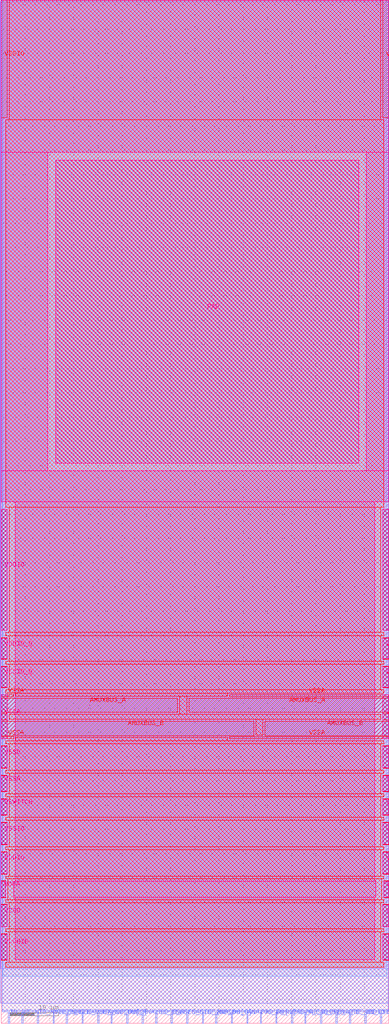
<source format=lef>
VERSION 5.7 ;
  NOWIREEXTENSIONATPIN ON ;
  DIVIDERCHAR "/" ;
  BUSBITCHARS "[]" ;
MACRO sky130_ef_io__gpiov2_pad_wrapped
  CLASS PAD INOUT ;
  FOREIGN sky130_ef_io__gpiov2_pad_wrapped ;
  ORIGIN 0.000 0.000 ;
  SIZE 80.000 BY 210.965 ;
  PIN AMUXBUS_A
    DIRECTION INOUT ;
    USE SIGNAL ;
    PORT
      LAYER met4 ;
        RECT 0.000 64.090 36.440 67.070 ;
    END
    PORT
      LAYER met4 ;
        RECT 38.760 64.090 80.000 67.070 ;
    END
  END AMUXBUS_A
  PIN AMUXBUS_B
    DIRECTION INOUT ;
    USE SIGNAL ;
    PORT
      LAYER met4 ;
        RECT 0.000 59.330 52.145 62.310 ;
    END
    PORT
      LAYER met4 ;
        RECT 54.465 59.330 80.000 62.310 ;
    END
  END AMUXBUS_B
  PIN ANALOG_EN
    DIRECTION INPUT ;
    USE SIGNAL ;
    PORT
      LAYER met2 ;
        RECT 50.705 0.000 50.985 2.400 ;
    END
  END ANALOG_EN
  PIN ANALOG_POL
    DIRECTION INPUT ;
    USE SIGNAL ;
    PORT
      LAYER met2 ;
        RECT 44.265 0.000 44.545 2.400 ;
    END
  END ANALOG_POL
  PIN ANALOG_SEL
    DIRECTION INPUT ;
    USE SIGNAL ;
    PORT
      LAYER met2 ;
        RECT 29.085 0.000 29.365 2.400 ;
    END
  END ANALOG_SEL
  PIN DM[2]
    DIRECTION INPUT ;
    USE SIGNAL ;
    PORT
      LAYER met2 ;
        RECT 25.865 0.000 26.145 2.400 ;
    END
  END DM[2]
  PIN DM[1]
    DIRECTION INPUT ;
    USE SIGNAL ;
    PORT
      LAYER met2 ;
        RECT 56.685 0.000 56.965 2.400 ;
    END
  END DM[1]
  PIN DM[0]
    DIRECTION INPUT ;
    USE SIGNAL ;
    PORT
      LAYER met2 ;
        RECT 47.485 0.000 47.765 2.400 ;
    END
  END DM[0]
  PIN ENABLE_H
    DIRECTION INPUT ;
    USE SIGNAL ;
    PORT
      LAYER met2 ;
        RECT 35.065 0.000 35.345 2.400 ;
    END
  END ENABLE_H
  PIN ENABLE_INP_H
    DIRECTION INPUT ;
    USE SIGNAL ;
    PORT
      LAYER met2 ;
        RECT 38.285 0.000 38.565 2.400 ;
    END
  END ENABLE_INP_H
  PIN ENABLE_VDDA_H
    DIRECTION INPUT ;
    USE SIGNAL ;
    PORT
      LAYER met2 ;
        RECT 13.445 0.000 13.725 2.400 ;
    END
  END ENABLE_VDDA_H
  PIN ENABLE_VDDIO
    DIRECTION INPUT ;
    USE SIGNAL ;
    PORT
      LAYER met2 ;
        RECT 69.105 0.000 69.385 2.400 ;
    END
  END ENABLE_VDDIO
  PIN ENABLE_VSWITCH_H
    DIRECTION INPUT ;
    USE SIGNAL ;
    PORT
      LAYER met2 ;
        RECT 16.665 0.000 16.945 2.400 ;
    END
  END ENABLE_VSWITCH_H
  PIN HLD_H_N
    DIRECTION INPUT ;
    USE SIGNAL ;
    PORT
      LAYER met2 ;
        RECT 31.845 0.000 32.125 2.400 ;
    END
  END HLD_H_N
  PIN HLD_OVR
    DIRECTION INPUT ;
    USE SIGNAL ;
    PORT
      LAYER met2 ;
        RECT 22.645 0.000 22.925 2.400 ;
    END
  END HLD_OVR
  PIN IB_MODE_SEL
    DIRECTION INPUT ;
    USE SIGNAL ;
    PORT
      LAYER met2 ;
        RECT 7.465 0.000 7.745 2.400 ;
    END
  END IB_MODE_SEL
  PIN IN
    DIRECTION OUTPUT ;
    USE SIGNAL ;
    PORT
      LAYER met2 ;
        RECT 75.085 0.000 75.365 2.400 ;
    END
  END IN
  PIN IN_H
    DIRECTION OUTPUT ;
    USE SIGNAL ;
    PORT
      LAYER met2 ;
        RECT 1.485 0.000 1.765 2.400 ;
    END
  END IN_H
  PIN INP_DIS
    DIRECTION INPUT ;
    USE SIGNAL ;
    PORT
      LAYER met2 ;
        RECT 41.505 0.000 41.785 2.400 ;
    END
  END INP_DIS
  PIN OE_N
    DIRECTION INPUT ;
    USE SIGNAL ;
    PORT
      LAYER met2 ;
        RECT 4.245 0.000 4.525 2.400 ;
    END
  END OE_N
  PIN OUT
    DIRECTION INPUT ;
    USE SIGNAL ;
    PORT
      LAYER met2 ;
        RECT 19.885 0.000 20.165 2.400 ;
    END
  END OUT
  PIN PAD
    DIRECTION INOUT ;
    USE SIGNAL ;
    PORT
      LAYER met5 ;
        RECT 11.200 115.525 73.800 177.975 ;
    END
  END PAD
  PIN PAD_A_ESD_0_H
    DIRECTION INOUT ;
    USE SIGNAL ;
    PORT
      LAYER met2 ;
        RECT 62.665 0.000 62.945 2.400 ;
    END
  END PAD_A_ESD_0_H
  PIN PAD_A_ESD_1_H
    DIRECTION INOUT ;
    USE SIGNAL ;
    PORT
      LAYER met2 ;
        RECT 59.905 0.000 60.185 2.400 ;
    END
  END PAD_A_ESD_1_H
  PIN PAD_A_NOESD_H
    DIRECTION INOUT ;
    USE SIGNAL ;
    PORT
      LAYER met2 ;
        RECT 53.465 0.000 53.745 2.400 ;
    END
  END PAD_A_NOESD_H
  PIN SLOW
    DIRECTION INPUT ;
    USE SIGNAL ;
    PORT
      LAYER met2 ;
        RECT 65.885 0.000 66.165 2.400 ;
    END
  END SLOW
  PIN TIE_HI_ESD
    DIRECTION OUTPUT ;
    USE SIGNAL ;
    PORT
      LAYER met2 ;
        RECT 71.865 0.000 72.145 2.400 ;
    END
  END TIE_HI_ESD
  PIN TIE_LO_ESD
    DIRECTION OUTPUT ;
    USE SIGNAL ;
    PORT
      LAYER met2 ;
        RECT 78.305 0.000 78.585 2.400 ;
    END
  END TIE_LO_ESD
  PIN VCCD
    DIRECTION INOUT ;
    USE POWER ;
    PORT
      LAYER met5 ;
        RECT 0.000 19.950 1.270 24.400 ;
    END
    PORT
      LAYER met4 ;
        RECT 0.000 19.850 1.270 24.500 ;
    END
    PORT
      LAYER met5 ;
        RECT 78.730 19.950 80.000 24.400 ;
    END
    PORT
      LAYER met4 ;
        RECT 78.730 19.850 80.000 24.500 ;
    END
  END VCCD
  PIN VCCHIB
    DIRECTION INOUT ;
    USE POWER ;
    PORT
      LAYER met5 ;
        RECT 0.000 13.100 1.270 18.350 ;
    END
    PORT
      LAYER met4 ;
        RECT 0.000 13.000 1.270 18.450 ;
    END
    PORT
      LAYER met5 ;
        RECT 78.730 13.100 80.000 18.350 ;
    END
    PORT
      LAYER met4 ;
        RECT 78.730 13.000 80.000 18.450 ;
    END
  END VCCHIB
  PIN VDDA
    DIRECTION INOUT ;
    USE POWER ;
    PORT
      LAYER met5 ;
        RECT 0.000 26.000 0.965 29.250 ;
    END
    PORT
      LAYER met4 ;
        RECT 0.000 25.900 0.965 29.350 ;
    END
    PORT
      LAYER met5 ;
        RECT 78.970 26.000 80.000 29.250 ;
    END
    PORT
      LAYER met4 ;
        RECT 78.970 25.900 80.000 29.350 ;
    END
  END VDDA
  PIN VDDIO
    DIRECTION INOUT ;
    USE POWER ;
    PORT
      LAYER met5 ;
        RECT 0.000 81.000 1.270 105.950 ;
    END
    PORT
      LAYER met5 ;
        RECT 0.000 30.850 1.270 35.300 ;
    END
    PORT
      LAYER met4 ;
        RECT 0.000 30.750 1.270 35.400 ;
    END
    PORT
      LAYER met4 ;
        RECT 0.000 81.000 1.270 105.965 ;
    END
    PORT
      LAYER met5 ;
        RECT 78.730 81.000 80.000 105.950 ;
    END
    PORT
      LAYER met5 ;
        RECT 78.730 30.850 80.000 35.300 ;
    END
    PORT
      LAYER met4 ;
        RECT 78.730 30.750 80.000 35.400 ;
    END
    PORT
      LAYER met4 ;
        RECT 78.730 81.000 80.000 105.965 ;
    END
  END VDDIO
  PIN VDDIO_Q
    DIRECTION INOUT ;
    USE POWER ;
    PORT
      LAYER met5 ;
        RECT 0.000 75.150 1.270 79.400 ;
    END
    PORT
      LAYER met4 ;
        RECT 0.000 75.050 1.270 79.500 ;
    END
    PORT
      LAYER met5 ;
        RECT 78.730 75.150 80.000 79.400 ;
    END
    PORT
      LAYER met4 ;
        RECT 78.730 75.050 80.000 79.500 ;
    END
  END VDDIO_Q
  PIN VSSA
    DIRECTION INOUT ;
    USE GROUND ;
    PORT
      LAYER met5 ;
        RECT 0.000 58.700 1.270 67.700 ;
    END
    PORT
      LAYER met5 ;
        RECT 0.000 47.805 1.270 51.050 ;
    END
    PORT
      LAYER met4 ;
        RECT 0.000 58.700 2.610 59.030 ;
    END
    PORT
      LAYER met4 ;
        RECT 0.000 62.610 1.270 63.790 ;
    END
    PORT
      LAYER met4 ;
        RECT 0.000 67.370 2.610 67.700 ;
    END
    PORT
      LAYER met4 ;
        RECT 0.000 47.700 1.270 51.150 ;
    END
    PORT
      LAYER met5 ;
        RECT 78.730 58.700 80.000 67.700 ;
    END
    PORT
      LAYER met5 ;
        RECT 78.730 47.805 80.000 51.050 ;
    END
    PORT
      LAYER met4 ;
        RECT 78.730 62.610 80.000 63.790 ;
    END
    PORT
      LAYER met4 ;
        RECT 47.090 67.370 80.000 67.700 ;
    END
    PORT
      LAYER met4 ;
        RECT 47.090 58.700 80.000 59.030 ;
    END
    PORT
      LAYER met4 ;
        RECT 78.730 47.700 80.000 51.150 ;
    END
  END VSSA
  PIN VSSD
    DIRECTION INOUT ;
    USE GROUND ;
    PORT
      LAYER met5 ;
        RECT 0.000 52.650 1.270 57.100 ;
    END
    PORT
      LAYER met4 ;
        RECT 0.000 52.550 1.270 57.200 ;
    END
    PORT
      LAYER met5 ;
        RECT 78.730 52.650 80.000 57.100 ;
    END
    PORT
      LAYER met4 ;
        RECT 78.730 52.550 80.000 57.200 ;
    END
  END VSSD
  PIN VSSIO
    DIRECTION INOUT ;
    USE GROUND ;
    PORT
      LAYER met4 ;
        RECT 0.000 186.750 1.270 210.965 ;
    END
    PORT
      LAYER met5 ;
        RECT 0.000 36.900 1.270 41.350 ;
    END
    PORT
      LAYER met4 ;
        RECT 0.000 36.800 1.270 41.450 ;
    END
    PORT
      LAYER met4 ;
        RECT 78.730 186.750 80.000 210.965 ;
    END
    PORT
      LAYER met5 ;
        RECT 78.730 36.900 80.000 41.350 ;
    END
    PORT
      LAYER met4 ;
        RECT 78.730 36.800 80.000 41.450 ;
    END
  END VSSIO
  PIN VSSIO_Q
    DIRECTION INOUT ;
    USE GROUND ;
    PORT
      LAYER met5 ;
        RECT 0.000 69.300 1.270 73.550 ;
    END
    PORT
      LAYER met4 ;
        RECT 0.000 69.200 1.270 73.650 ;
    END
    PORT
      LAYER met5 ;
        RECT 78.730 69.300 80.000 73.550 ;
    END
    PORT
      LAYER met4 ;
        RECT 78.730 69.200 80.000 73.650 ;
    END
  END VSSIO_Q
  PIN VSWITCH
    DIRECTION INOUT ;
    USE POWER ;
    PORT
      LAYER met5 ;
        RECT 0.000 42.950 1.270 46.200 ;
    END
    PORT
      LAYER met4 ;
        RECT 0.000 42.850 1.270 46.300 ;
    END
    PORT
      LAYER met5 ;
        RECT 78.730 42.950 80.000 46.200 ;
    END
    PORT
      LAYER met4 ;
        RECT 78.730 42.850 80.000 46.300 ;
    END
  END VSWITCH
  PIN VTRIP_SEL
    DIRECTION INPUT ;
    USE SIGNAL ;
    PORT
      LAYER met2 ;
        RECT 10.685 0.000 10.965 2.400 ;
    END
  END VTRIP_SEL
  OBS
      LAYER li1 ;
        RECT -0.160 11.195 80.160 210.670 ;
      LAYER met1 ;
        RECT -0.145 4.120 80.145 210.965 ;
      LAYER met2 ;
        RECT 0.210 2.680 79.915 210.965 ;
        RECT 0.210 2.400 1.205 2.680 ;
        RECT 2.045 2.400 3.965 2.680 ;
        RECT 4.805 2.400 7.185 2.680 ;
        RECT 8.025 2.400 10.405 2.680 ;
        RECT 11.245 2.400 13.165 2.680 ;
        RECT 14.005 2.400 16.385 2.680 ;
        RECT 17.225 2.400 19.605 2.680 ;
        RECT 20.445 2.400 22.365 2.680 ;
        RECT 23.205 2.400 25.585 2.680 ;
        RECT 26.425 2.400 28.805 2.680 ;
        RECT 29.645 2.400 31.565 2.680 ;
        RECT 32.405 2.400 34.785 2.680 ;
        RECT 35.625 2.400 38.005 2.680 ;
        RECT 38.845 2.400 41.225 2.680 ;
        RECT 42.065 2.400 43.985 2.680 ;
        RECT 44.825 2.400 47.205 2.680 ;
        RECT 48.045 2.400 50.425 2.680 ;
        RECT 51.265 2.400 53.185 2.680 ;
        RECT 54.025 2.400 56.405 2.680 ;
        RECT 57.245 2.400 59.625 2.680 ;
        RECT 60.465 2.400 62.385 2.680 ;
        RECT 63.225 2.400 65.605 2.680 ;
        RECT 66.445 2.400 68.825 2.680 ;
        RECT 69.665 2.400 71.585 2.680 ;
        RECT 72.425 2.400 74.805 2.680 ;
        RECT 75.645 2.400 78.025 2.680 ;
        RECT 78.865 2.400 79.915 2.680 ;
      LAYER met3 ;
        RECT 0.310 9.655 79.570 210.965 ;
      LAYER met4 ;
        RECT 1.670 186.350 78.330 210.965 ;
        RECT 0.965 106.365 78.970 186.350 ;
        RECT 1.670 80.600 78.330 106.365 ;
        RECT 0.965 79.900 78.970 80.600 ;
        RECT 1.670 74.650 78.330 79.900 ;
        RECT 0.965 74.050 78.970 74.650 ;
        RECT 1.670 68.800 78.330 74.050 ;
        RECT 0.965 68.100 78.970 68.800 ;
        RECT 3.010 67.470 46.690 68.100 ;
        RECT 36.840 63.690 38.360 67.470 ;
        RECT 1.670 62.710 78.330 63.690 ;
        RECT 52.545 59.430 54.065 62.710 ;
        RECT 3.010 58.300 46.690 58.930 ;
        RECT 0.965 57.600 78.970 58.300 ;
        RECT 1.670 52.150 78.330 57.600 ;
        RECT 0.965 51.550 78.970 52.150 ;
        RECT 1.670 47.300 78.330 51.550 ;
        RECT 0.965 46.700 78.970 47.300 ;
        RECT 1.670 42.450 78.330 46.700 ;
        RECT 0.965 41.850 78.970 42.450 ;
        RECT 1.670 36.400 78.330 41.850 ;
        RECT 0.965 35.800 78.970 36.400 ;
        RECT 1.670 30.350 78.330 35.800 ;
        RECT 0.965 29.750 78.970 30.350 ;
        RECT 1.365 25.500 78.570 29.750 ;
        RECT 0.965 24.900 78.970 25.500 ;
        RECT 1.670 19.450 78.330 24.900 ;
        RECT 0.965 18.850 78.970 19.450 ;
        RECT 1.670 12.600 78.330 18.850 ;
        RECT 0.965 11.500 78.970 12.600 ;
      LAYER met5 ;
        RECT 0.000 179.575 80.000 210.965 ;
        RECT 0.000 113.925 9.600 179.575 ;
        RECT 75.400 113.925 80.000 179.575 ;
        RECT 0.000 107.550 80.000 113.925 ;
        RECT 2.870 29.250 77.130 107.550 ;
        RECT 2.565 26.000 77.370 29.250 ;
        RECT 2.870 13.100 77.130 26.000 ;
  END
END sky130_ef_io__gpiov2_pad_wrapped
END LIBRARY


</source>
